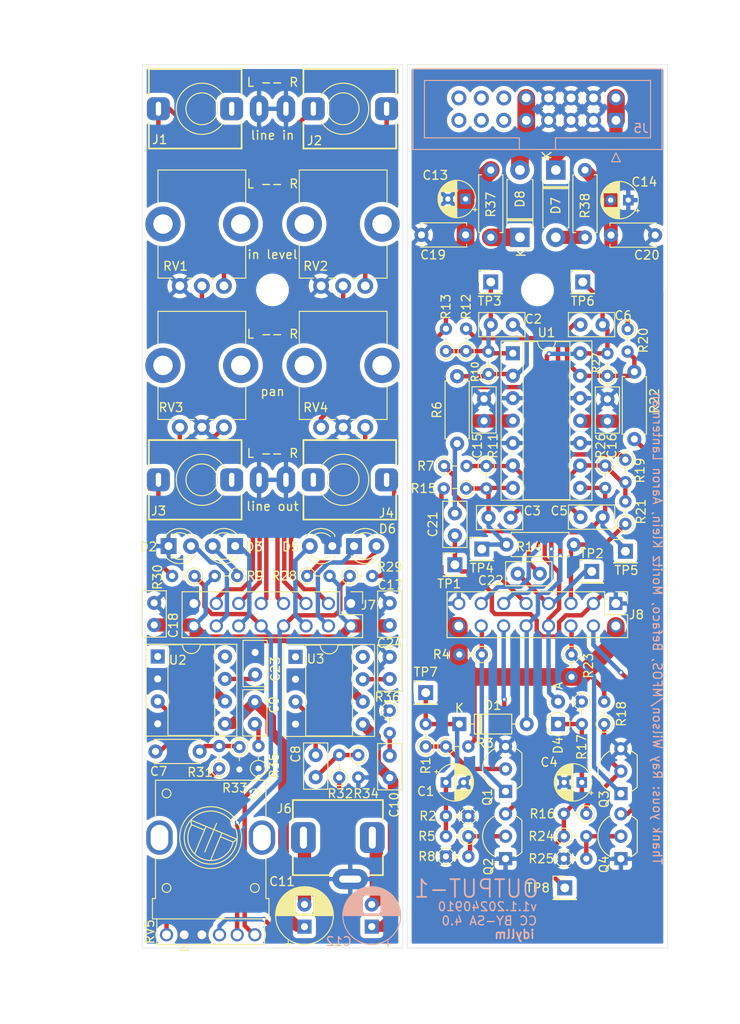
<source format=kicad_pcb>
(kicad_pcb (version 20240108) (generator "pcbnew") (generator_version "8.0")
  (layers (0 "F.Cu" signal) (31 "B.Cu" signal) (34 "B.Paste" user) (35 "F.Paste" user) (36 "B.SilkS" user "B.Silkscreen") (37 "F.SilkS" user "F.Silkscreen") (38 "B.Mask" user) (39 "F.Mask" user) (44 "Edge.Cuts" user))
  (net 0 "")
  (net 1 "GND")
  (net 2 "Net-(D1-K)")
  (net 3 "Net-(U1C--)")
  (net 4 "Net-(U1D--)")
  (net 5 "Net-(D3-A)")
  (net 6 "Net-(Q3-B)")
  (net 7 "Net-(Q4-B)")
  (net 8 "+12V")
  (net 9 "Net-(C2-Pad2)")
  (net 10 "Net-(U1A--)")
  (net 11 "Net-(U1B--)")
  (net 12 "Net-(C3-Pad2)")
  (net 13 "Net-(D4-K)")
  (net 14 "Net-(C7-Pad2)")
  (net 15 "Net-(U2-+)")
  (net 16 "Net-(C8-Pad2)")
  (net 17 "Net-(U3-+)")
  (net 18 "Net-(C11-Pad1)")
  (net 19 "Net-(C9-Pad2)")
  (net 20 "Net-(C10-Pad1)")
  (net 21 "Net-(C10-Pad2)")
  (net 22 "Net-(D6-A)")
  (net 23 "Net-(J1-PadT)")
  (net 25 "Net-(J2-PadT)")
  (net 34 "Net-(Q1-B)")
  (net 35 "Net-(Q2-B)")
  (net 36 "Net-(R31-Pad1)")
  (net 37 "Net-(R32-Pad1)")
  (net 40 "Net-(U2-BYPASS)")
  (net 41 "Net-(U3-BYPASS)")
  (net 44 "-12V")
  (net 45 "Net-(D7-A)")
  (net 46 "Net-(D7-K)")
  (net 47 "Net-(D8-K)")
  (net 48 "Net-(D8-A)")
  (net 49 "L_LINE_OUT_B")
  (net 50 "R_LINE_OUT_B")
  (net 51 "L_LINE_OUT_A")
  (net 52 "R_LINE_OUT_A")
  (net 53 "Net-(J3-PadT)")
  (net 54 "Net-(J4-PadT)")
  (net 55 "L_LINE_IN_A")
  (net 56 "R_LINE_IN_A")
  (net 57 "L_LINE_IN_B")
  (net 58 "R_LINE_IN_B")
  (net 59 "Net-(C11-Pad2)")
  (net 60 "Net-(C12-Pad2)")
  (net 61 "L_LVL_G_LED_A")
  (net 62 "L_LVL_R_LED_A")
  (net 63 "R_LVL_G_LED_A")
  (net 64 "R_LVL_R_LED_A")
  (net 65 "L_PAN_2_A")
  (net 66 "R_PAN_2_A")
  (net 67 "R_PAN_1_A")
  (net 68 "L_PAN_1_A")
  (net 69 "L_LVL_G_LED_B")
  (net 70 "R_PAN_1_B")
  (net 71 "L_LVL_R_LED_B")
  (net 72 "R_PAN_2_B")
  (net 73 "L_PAN_1_B")
  (net 74 "R_LVL_G_LED_B")
  (net 75 "L_PAN_2_B")
  (net 76 "R_LVL_R_LED_B")
  (net 77 "Net-(C21-Pad2)")
  (net 78 "Net-(C22-Pad2)")
  (footprint "Resistor_THT:R_Axial_DIN0204_L3.6mm_D1.6mm_P2.54mm_Vertical" (layer "F.Cu") (at 147.992 119.888)
    (property "Reference" "R25")
    (property "Value" "15k")
  )
  (footprint "Resistor_THT:R_Axial_DIN0204_L3.6mm_D1.6mm_P2.54mm_Vertical" (layer "F.Cu") (at 155.21 59.944 -90)
    (property "Reference" "R20")
    (property "Value" "100k")
  )
  (footprint "Connector_PinHeader_2.54mm:PinHeader_1x01_P2.54mm_Vertical" (layer "F.Cu") (at 132.35 101.092)
    (property "Reference" "TP7")
    (property "Value" "TestPoint")
  )
  (footprint "MountingHole:MountingHole_3.2mm_M3_DIN965" (layer "F.Cu") (at 145 55.5)
    (property "Reference" "H2" (hide yes))
    (property "Value" "MountingHole")
  )
  (footprint "Resistor_THT:R_Axial_DIN0204_L3.6mm_D1.6mm_P2.54mm_Vertical" (layer "F.Cu") (at 110.998 87.884 180)
    (property "Reference" "R9")
    (property "Value" "10k")
  )
  (footprint "Resistor_THT:R_Axial_DIN0204_L3.6mm_D1.6mm_P2.54mm_Vertical" (layer "F.Cu") (at 152.67 75.382 -90)
    (property "Reference" "R26")
    (property "Value" "330k")
  )
  (footprint "Resistor_THT:R_Axial_DIN0204_L3.6mm_D1.6mm_P2.54mm_Vertical" (layer "F.Cu") (at 150.532 114.808 180)
    (property "Reference" "R16")
    (property "Value" "100k")
  )
  (footprint "Resistor_THT:R_Axial_DIN0204_L3.6mm_D1.6mm_P2.54mm_Vertical" (layer "F.Cu") (at 118.922 87.884)
    (property "Reference" "R28")
    (property "Value" "10k")
  )
  (footprint "AudioJacks:Jack_3.5mm_QingPu_WQP-PJ301M-12_Vertical" (layer "F.Cu") (at 123 35 -90)
    (property "Reference" "J2")
    (property "Value" "AudioJack2_SwitchT")
  )
  (footprint "Resistor_THT:R_Axial_DIN0207_L6.3mm_D2.5mm_P7.62mm_Horizontal" (layer "F.Cu") (at 150.384 41.934 -90)
    (property "Reference" "R38")
    (property "Value" "10")
  )
  (footprint "Potentiometer_THT:Potentiometer_Bourns_PTV09A-1_Single_Vertical" (layer "F.Cu") (at 125.5 55.05 90)
    (property "Reference" "RV2")
    (property "Value" "100k")
  )
  (footprint "Capacitor_THT:C_Disc_D5.0mm_W2.5mm_P2.50mm" (layer "F.Cu") (at 142.764 87.63)
    (property "Reference" "C22")
    (property "Value" "1u")
  )
  (footprint "Potentiometer_THT:Potentiometer_Bourns_PTV09A-1_Single_Vertical" (layer "F.Cu") (at 125.5 71.05 90)
    (property "Reference" "RV4")
    (property "Value" "100k")
  )
  (footprint "Capacitor_THT:C_Disc_D5.0mm_W2.5mm_P2.50mm" (layer "F.Cu") (at 128.27 110.724 90)
    (property "Reference" "C10")
    (property "Value" "47n")
  )
  (footprint "Resistor_THT:R_Axial_DIN0204_L3.6mm_D1.6mm_P2.54mm_Vertical" (layer "F.Cu") (at 138.7 96.774 180)
    (property "Reference" "R4")
    (property "Value" "10k")
  )
  (footprint "Diode_THT:D_DO-41_SOD81_P7.62mm_Horizontal" (layer "F.Cu") (at 147.082 41.934 -90)
    (property "Reference" "D7")
    (property "Value" "D_Schottky")
  )
  (footprint "Capacitor_THT:C_Disc_D5.0mm_W2.5mm_P2.50mm" (layer "F.Cu") (at 128.27 99.548 90)
    (property "Reference" "C24")
    (property "Value" "100n")
  )
  (footprint "Custom_PinHeader_P2.54mm:PinHeader_2x08_P2.54mm_Vertical_ThinPad" (layer "F.Cu") (at 123.875 91 -90)
    (property "Reference" "J7")
    (property "Value" "Conn_02x08_Odd_Even")
  )
  (footprint "Resistor_THT:R_Axial_DIN0204_L3.6mm_D1.6mm_P2.54mm_Vertical" (layer "F.Cu") (at 154.956 74.726 -90)
    (property "Reference" "R19")
    (property "Value" "100k")
  )
  (footprint "Capacitor_THT:C_Disc_D5.0mm_W2.5mm_P2.50mm" (layer "F.Cu") (at 135.652 83.292 90)
    (property "Reference" "C21")
    (property "Value" "1u")
  )
  (footprint "AudioJacks:Jack_3.5mm_QingPu_WQP-PJ301CM_Vertical" (layer "F.Cu") (at 123 117.5 -90)
    (property "Reference" "J6")
    (property "Value" "AudioJack3")
  )
  (footprint "Package_TO_SOT_THT:TO-92_Inline_Wide" (layer "F.Cu") (at 154.448 119.888 90)
    (property "Reference" "Q4")
    (property "Value" "2N3904")
  )
  (footprint "Resistor_THT:R_Axial_DIN0204_L3.6mm_D1.6mm_P2.54mm_Vertical" (layer "F.Cu") (at 137.176 115.062 180)
    (property "Reference" "R2")
    (property "Value" "47k")
  )
  (footprint "Resistor_THT:R_Axial_DIN0204_L3.6mm_D1.6mm_P2.54mm_Vertical" (layer "F.Cu") (at 132.35 107.188 90)
    (property "Reference" "R1")
    (property "Value" "100k")
  )
  (footprint "Resistor_THT:R_Axial_DIN0204_L3.6mm_D1.6mm_P2.54mm_Vertical" (layer "F.Cu") (at 134.636 119.634)
    (property "Reference" "R8")
    (property "Value" "15k")
  )
  (footprint "Package_TO_SOT_THT:TO-92_Inline_Wide" (layer "F.Cu") (at 141.388 119.888 90)
    (property "Reference" "Q2")
    (property "Value" "2N3904")
  )
  (footprint "LED_THT:LED_D3.0mm_Clear" (layer "F.Cu") (at 110.77 84.5 180)
    (property "Reference" "D3")
    (property "Value" "RED")
  )
  (footprint "Resistor_THT:R_Axial_DIN0204_L3.6mm_D1.6mm_P2.54mm_Vertical" (layer "F.Cu") (at 148.86 96.774 -90)
    (property "Reference" "R23")
    (property "Value" "10k")
  )
  (footprint "Package_DIP:DIP-14_W7.62mm_Socket" (layer "F.Cu") (at 142.216 62.677)
    (property "Reference" "U1")
    (property "Value" "TL074")
  )
  (footprint "AudioJacks:Jack_3.5mm_QingPu_WQP-PJ301M-12_Vertical" (layer "F.Cu") (at 107 35 90)
    (property "Reference" "J1")
    (property "Value" "AudioJack2_SwitchT")
  )
  (footprint "Capacitor_THT:C_Disc_D5.0mm_W2.5mm_P5.00mm" (layer "F.Cu") (at 101.75 107.75)
    (property "Reference" "C7")
    (property "Value" "1u")
  )
  (footprint "Diode_THT:D_DO-41_SOD81_P7.62mm_Horizontal" (layer "F.Cu") (at 143.018 49.554 90)
    (property "Reference" "D8")
    (property "Value" "D_Schottky")
  )
  (footprint "Capacitor_THT:CP_Radial_D4.0mm_P2.00mm" (layer "F.Cu") (at 136.8626 45.212 180)
    (property "Reference" "C13")
    (property "Value" "10u")
  )
  (footprint "Resistor_THT:R_Axial_DIN0204_L3.6mm_D1.6mm_P2.54mm_Vertical" (layer "F.Cu") (at 152.924 65.228 90)
    (property "Reference" "R27")
    (property "Value" "330k")
  )
  (footprint "Capacitor_THT:CP_Radial_D4.0mm_P2.00mm" (layer "F.Cu") (at 155.289 45.339 180)
    (property "Reference" "C14")
    (property "Value" "10u")
  )
  (footprint "Package_DIP:DIP-8_W7.62mm_Socket" (layer "F.Cu") (at 117.602 97.038)
    (property "Reference" "U3")
    (property "Value" "LM386")
  )
  (footprint "Resistor_THT:R_Axial_DIN0204_L3.6mm_D1.6mm_P2.54mm_Vertical" (layer "F.Cu") (at 137.176 117.348 180)
    (property "Reference" "R5")
    (property "Value" "100k")
  )
  (footprint "Resistor_THT:R_Axial_DIN0204_L3.6mm_D1.6mm_P2.54mm_Vertical" (layer "F.Cu") (at 134.432 75.438)
    (property "Reference" "R7")
    (property "Value" "100k")
  )
  (footprint "Resistor_THT:R_Axial_DIN0204_L3.6mm_D1.6mm_P2.54mm_Vertical" (layer "F.Cu") (at 122.555 110.694 90)
    (property "Reference" "R32")
    (property "Value" "100k")
  )
  (footprint "Package_DIP:DIP-8_W7.62mm_Socket" (layer "F.Cu") (at 102 97)
    (property "Reference" "U2")
    (property "Value" "LM386")
  )
  (footprint "Capacitor_THT:C_Disc_D5.0mm_W2.5mm_P2.50mm" (layer "F.Cu") (at 128.27 90.952 -90)
    (property "Reference" "C17")
    (property "Value" "100n")
  )
  (footprint "Custom_PinHeader_P2.54mm:PinHeader_2x08_P2.54mm_Vertical_ThinPad" (layer "F.Cu") (at 153.875 91 -90)
    (property "Reference" "J8")
    (property "Value" "Conn_02x08_Odd_Even")
  )
  (footprint "Resistor_THT:R_Axial_DIN0204_L3.6mm_D1.6mm_P2.54mm_Vertical" (layer "F.Cu") (at 134.636 62.434 90)
    (property "Reference" "R13")
    (property "Value" "100k")
  )
  (footprint "Capacitor_THT:CP_Radial_D4.0mm_P2.00mm" (layer "F.Cu") (at 150.024 111.252 180)
    (property "Reference" "C4")
    (property "Value" "10u")
  )
  (footprint "Resistor_THT:R_Axial_DIN0207_L6.3mm_D2.5mm_P7.62mm_Horizontal" (layer "F.Cu") (at 155.972 72.39 90)
    (property "Reference" "R22")
    (property "Value" "100k")
  )
  (footprint "AudioJacks:Jack_3.5mm_QingPu_WQP-PJ301M-12_Vertical" (layer "F.Cu") (at 123 77 -90)
    (property "Reference" "J4")
    (property "Value" "AudioJack2_SwitchT")
  )
  (footprint "Potentiometer_THT:Potentiometer_Bourns_PTV09A-1_Single_Vertical" (layer "F.Cu") (at 109.5 71.05 90)
    (property "Reference" "RV3")
    (property "Value" "100k")
  )
  (footprint "Connector_PinHeader_2.54mm:PinHeader_1x01_P2.54mm_Vertical" (layer "F.Cu") (at 154.956 85.09)
    (property "Reference" "TP5")
    (property "Value" "TestPoint")
  )
  (footprint "Capacitor_THT:CP_Radial_D6.3mm_P2.50mm" (layer "F.Cu") (at 118.618 127.578 90)
    (property "Reference" "C11")
    (property "Value" "220u")
  )
  (footprint "Capacitor_THT:C_Disc_D5.0mm_W2.5mm_P2.50mm" (layer "F.Cu") (at 113 102.128 -90)
    (property "Reference" "C9")
    (property "Value" "47n")
  )
  (footprint "Capacitor_THT:C_Disc_D5.0mm_W2.5mm_P5.00mm" (layer "F.Cu") (at 131.8626 49.276)
    (property "Reference" "C19")
    (property "Value" "100n")
  )
  (footprint "Resistor_THT:R_Axial_DIN0204_L3.6mm_D1.6mm_P2.54mm_Vertical" (layer "F.Cu") (at 147.992 117.348)
    (property "Reference" "R24")
    (property "Value" "100k")
  )
  (footprint "Capacitor_THT:C_Disc_D5.0mm_W2.5mm_P2.50mm" (layer "F.Cu") (at 142.216 59.436 180)
    (property "Reference" "C2")
    (property "Value" "22p")
  )
  (footprint "Resistor_THT:R_Axial_DIN0204_L3.6mm_D1.6mm_P2.54mm_Vertical" (layer "F.Cu") (at 136.922 77.978 180)
    (property "Reference" "R15")
    (property "Value" "100k")
  )
  (footprint "AudioJacks:Jack_3.5mm_QingPu_WQP-PJ301M-12_Vertical" (layer "F.Cu") (at 107 77 90)
    (property "Reference" "J3")
    (property "Value" "AudioJack2_SwitchT")
  )
  (footprint "Resistor_THT:R_Axial_DIN0204_L3.6mm_D1.6mm_P2.54mm_Vertical" (layer "F.Cu") (at 152.564 104.648 90)
    (property "Reference" "R18")
    (property "Value" "2M2")
  )
  (footprint "LED_THT:LED_D3.0mm_Clear" (layer "F.Cu") (at 103.23 84.5)
    (property "Reference" "D2")
    (property "Value" "GREEN")
  )
  (footprint "Resistor_THT:R_Axial_DIN0204_L3.6mm_D1.6mm_P2.54mm_Vertical" (layer "F.Cu") (at 113.411 109.678 90)
    (property "Reference" "R35")
    (property "Value" "10")
  )
  (footprint "Capacitor_THT:C_Disc_D5.0mm_W2.5mm_P2.50mm" (layer "F.Cu") (at 138.954 67.838 -90)
    (property "Reference" "C15")
    (property "Value" "100n")
  )
  (footprint "Resistor_THT:R_Axial_DIN0204_L3.6mm_D1.6mm_P2.54mm_Vertical" (layer "F.Cu") (at 124.714 108.154 -90)
    (property "Reference" "R34")
    (property "Value" "4k7")
  )
  (footprint "Resistor_THT:R_Axial_DIN0207_L6.3mm_D2.5mm_P7.62mm_Horizontal" (layer "F.Cu") (at 135.906 72.898 90)
    (property "Reference" "R6")
    (property "Value" "100k")
  )
  (footprint "Capacitor_THT:CP_Radial_D4.0mm_P2.00mm" (layer "F.Cu") (at 134.636 111.252)
    (property "Reference" "C1")
    (property "Value" "10u")
  )
  (footprint "Connector_PinHeader_2.54mm:PinHeader_1x01_P2.54mm_Vertical" (layer "F.Cu") (at 135.652 86.614)
    (property "Reference" "TP1")
    (property "Value" "TestPoint")
  )
  (footprint "Capacitor_THT:C_Disc_D5.0mm_W2.5mm_P2.50mm" (layer "F.Cu") (at 149.876 81.224)
    (property "Reference" "C5")
    (property "Value" "22p")
  )
  (footprint "Resistor_THT:R_Axial_DIN0204_L3.6mm_D1.6mm_P2.54mm_Vertical" (layer "F.Cu") (at 111.252 107.25 -90)
    (property "Reference" "R33")
    (property "Value" "4k7")
  )
  (footprint "Connector_PinHeader_2.54mm:PinHeader_1x01_P2.54mm_Vertical" (layer "F.Cu") (at 151.146 87.376)
    (property "Reference" "TP2")
    (property "Value" "TestPoint")
  )
  (footprint "Connector_PinHeader_2.54mm:PinHeader_1x01_P2.54mm_Vertical" (layer "F.Cu") (at 148.098 123.19)
    (property "Reference" "TP8")
    (property "Value" "TestPoint")
  )
  (footprint "Capacitor_THT:C_Disc_D5.0mm_W2.5mm_P5.00mm" (layer "F.Cu") (at 153.329 49.3)
    (property "Reference" "C20")
    (property "Value" "100n")
  )
  (footprint "Capacitor_THT:C_Disc_D5.0mm_W2.5mm_P2.50mm" (layer "F.Cu") (at 149.876 59.436)
    (property "Reference" "C6")
    (property "Value" "22p")
  )
  (footprint "Resistor_THT:R_Axial_DIN0204_L3.6mm_D1.6mm_P2.54mm_Vertical" (layer "F.Cu") (at 139.208 75.438 -90)
    (property "Reference" "R11")
    (property "Value" "220k")
  )
  (footprint "LED_THT:LED_D3.0mm_Clear" (layer "F.Cu") (at 124.23 84.5)
    (property "Reference" "D6")
    (property "Value" "RED")
  )
  (footprint "Capacitor_THT:C_Disc_D5.0mm_W2.5mm_P2.50mm" (layer "F.Cu") (at 119.888 108.154 -90)
    (property "Reference" "C8")
    (property "Value" "1u")
  )
  (footprint "Resistor_THT:R_Axial_DIN0207_L6.3mm_D2.5mm_P7.62mm_Horizontal" (layer "F.Cu") (at 139.716 41.934 -90)
    (property "Reference" "R37")
    (property "Value" "10")
  )
  (footprint "Capacitor_THT:C_Disc_D5.0mm_W2.5mm_P2.50mm" (layer "F.Cu") (at 152.924 70.358 90)
    (property "Reference" "C16")
    (property "Value" "100n")
  )
  (footprint "Package_TO_SOT_THT:TO-92_Inline_Wide" (layer "F.Cu") (at 154.448 112.522 90)
    (property "Reference" "Q3")
    (property "Value" "2N3906")
  )
  (footprint "Resistor_THT:R_Axial_DIN0204_L3.6mm_D1.6mm_P2.54mm_Vertical" (layer "F.Cu") (at 134.636 107.188)
    (property "Reference" "R3")
    (property "Value" "2M2")
  )
  (footprint "Capacitor_THT:C_Disc_D5.0mm_W2.5mm_P2.50mm" (layer "F.Cu") (at 113.03 99.04 90)
    (property "Reference" "C23")
    (property "Value" "100n")
  )
  (footprint "Resistor_THT:R_Axial_DIN0204_L3.6mm_D1.6mm_P2.54mm_Vertical" (layer "F.Cu") (at 139.462 65.024 90)
    (property "Reference" "R10")
    (property "Value" "220k")
  )
  (footprint "Capacitor_THT:C_Disc_D5.0mm_W2.5mm_P2.50mm" (layer "F.Cu") (at 141.962 81.28 180)
    (property "Reference" "C3")
    (property "Value" "22p")
  )
  (footprint "MountingHole:MountingHole_3.2mm_M3_DIN965" (layer "F.Cu") (at 115 55.5)
    (property "Reference" "H1" (hide yes))
    (property "Value" "MountingHole")
  )
  (footprint "Connector_PinHeader_2.54mm:PinHeader_1x01_P2.54mm_Vertical" (layer "F.Cu") (at 150.13 54.61)
    (property "Reference" "TP6")
    (property "Value" "TestPoint")
  )
  (footprint "Connector_PinHeader_2.54mm:PinHeader_1x01_P2.54mm_Vertical" (layer "F.Cu") (at 139.716 54.61)
    (property "Reference" "TP3")
    (property "Value" "TestPoint")
  )
  (footprint "Resistor_THT:R_Axial_DIN0204_L3.6mm_D1.6mm_P2.54mm_Vertical" (layer "F.Cu") (at 136.922 62.434 90)
    (property "Reference" "R12")
    (property "Value" "100k")
  )
  (footprint "Resistor_THT:R_Axial_DIN0204_L3.6mm_D1.6mm_P2.54mm_Vertical" (layer "F.Cu") (at 123.748 87.884)
    (property "Reference" "R29")
    (property "Value" "1k")
  )
  (footprint "LED_THT:LED_D3.0mm_Clear" (layer "F.Cu") (at 121.77 84.5 180)
    (property "Reference" "D5")
    (property "Value" "GREEN")
  )
  (footprint "Package_TO_SOT_THT:TO-92_Inline_Wide" (layer "F.Cu") (at 141.388 112.268 90)
    (property "Reference" "Q1")
    (property "Value" "2N3906")
  )
  (footprint "Resistor_THT:R_Axial_DIN0204_L3.6mm_D1.6mm_P2.54mm_Vertical" (layer "F.Cu") (at 108.966 109.678 90)
    (property "Reference" "R31")
    (property "Value" "100k")
  )
  (footprint "Resistor_THT:R_Axial_DIN0204_L3.6mm_D1.6mm_P2.54mm_Vertical" (layer "F.Cu") (at 128.27 103.124 -90)
    (property "Reference" "R36")
    (property "Value" "10")
  )
  (footprint "Potentiometer_THT:Potentiometer_Bourns_PTV112-4_Dual_Vertical" (layer "F.Cu") (at 105 128.5 90)
    (property "Reference" "RV5")
    (property "Value" "A100K")
  )
  (footprint "Potentiometer_THT:Potentiometer_Bourns_PTV09A-1_Single_Vertical" (layer "F.Cu") (at 109.5 55.05 90)
    (property "Reference" "RV1")
    (property "Value" "100k")
  )
  (footprint "Connector_PinHeader_2.54mm:PinHeader_1x01_P2.54mm_Vertical" (layer "F.Cu") (at 138.7 84.836)
    (property "Reference" "TP4")
    (property "Value" "TestPoint")
  )
  (footprint "Diode_THT:D_DO-35_SOD27_P2.54mm_Vertical_AnodeUp" (layer "F.Cu") (at 147.336 104.648 90)
    (property "Reference" "D4")
    (property "Value" "1N4148")
  )
  (footprint "Resistor_THT:R_Axial_DIN0204_L3.6mm_D1.6mm_P2.54mm_Vertical" (layer "F.Cu") (at 154.956 81.992 90)
    (property "Reference" "R21")
    (property "Value" "100k")
  )
  (footprint "Capacitor_THT:C_Disc_D5.0mm_W2.5mm_P2.50mm" (layer "F.Cu") (at 101.6 90.932 -90)
    (property "Reference" "C18")
    (property "Value" "100n")
  )
  (footprint "Resistor_THT:R_Axial_DIN0207_L6.3mm_D2.5mm_P7.62mm_Horizontal" (layer "F.Cu") (at 141.494 84.328)
    (property "Reference" "R14")
    (property "Value" "100k")
  )
  (footprint "Diode_THT:D_DO-35_SOD27_P7.62mm_Horizontal" (layer "F.Cu") (at 136.16 104.648)
    (property "Reference" "D1")
    (property "Value" "1N4148")
  )
  (footprint "Resistor_THT:R_Axial_DIN0204_L3.6mm_D1.6mm_P2.54mm_Vertical" (layer "F.Cu") (at 106.172 87.884 180)
    (property "Reference" "R30")
    (property "Value" "1k")
  )
  (footprint "Resistor_THT:R_Axial_DIN0204_L3.6mm_D1.6mm_P2.54mm_Vertical" (layer "F.Cu") (at 150.024 102.108 -90)
    (property "Reference" "R17")
    (property "Value" "47k")
  )
  (footprint "Capacitor_THT:CP_Radial_D6.3mm_P2.50mm" (layer "B.Cu") (at 126.238 127.578 90)
    (property "Reference" "C12")
    (property "Value" "220u")
  )
  (footprint "Connector_IDC:IDC-Header_2x08_P2.54mm_Vertical" (layer "B.Cu") (at 153.89 36.3125 90)
    (property "Reference" "J5")
    (property "Value" "Conn_02x08_Odd_Even")
  )
  (gr_rect (start 100.25 30) (end 129.75 130) (stroke (width 0.05)) (fill none) (layer "Edge.Cuts"))
  (gr_rect (start 130.25 30) (end 159.75 130) (stroke (width 0.05)) (fill none) (layer "Edge.Cuts"))
  (gr_text "v1.1.20240910\nCC BY-SA 4.0" (at 145.05 127.508 0) (layer "B.SilkS") (effects (font (size 1 1)) (justify left bottom mirror)))
  (gr_text "OUTPUT-1" (at 145.304 124.46 0) (layer "B.SilkS") (effects (font (size 2 1.8) (thickness 0.2)) (justify left bottom mirror)))
  (gr_text "Thank yous: Ray Wilson/MFOS, Befaco, Moritz Klein, Aaron Lanterman" (at 157.988 120.65 -90) (layer "B.SilkS") (effects (font (size 1 1)) (justify left bottom mirror)))
  (gr_text "idyllm" (at 144.796 129.032 0) (layer "B.SilkS") (effects (font (size 1 1) (thickness 0.2) (bold yes)) (justify left bottom mirror)))
  (gr_text "L -- R" (at 115 32 0) (layer "F.SilkS") (effects (font (size 1 1))))
  (gr_text "line in" (at 115 38 0) (layer "F.SilkS") (effects (font (size 1 1))))
  (gr_text "L -- R" (at 115 60.5 0) (layer "F.SilkS") (effects (font (size 1 1))))
  (gr_text "in level" (at 115 51.5 0) (layer "F.SilkS") (effects (font (size 1 1))))
  (gr_text "L -- R" (at 115 43.5 0) (layer "F.SilkS") (effects (font (size 1 1))))
  (gr_text "pan" (at 115 67 0) (layer "F.SilkS") (effects (font (size 1 1))))
  (gr_text "line out" (at 115 80 0) (layer "F.SilkS") (effects (font (size 1 1))))
  (gr_text "L -- R" (at 115 74 0) (layer "F.SilkS") (effects (font (size 1 1))))
  (segment (start 132.35 101.092) (end 132.35 104.648) (width 0.5) (layer "F.Cu") (net 2))
  (segment (start 134.636 115.062) (end 134.636 111.252) (width 0.5) (layer "F.Cu") (net 2))
  (segment (start 136.16 104.648) (end 132.35 104.648) (width 0.5) (layer "F.Cu") (net 2))
  (segment (start 134.636 117.348) (end 134.636 115.062) (width 0.5) (layer "F.Cu") (net 2))
  (segment (start 135.906 104.902) (end 136.16 104.648) (width 0.5) (layer "B.Cu") (net 2))
  (segment (start 135.906 109.728) (end 135.906 104.902) (width 0.5) (layer "B.Cu") (net 2))
  (segment (start 134.636 110.998) (end 135.906 109.728) (width 0.5) (layer "B.Cu") (net 2))
  (segment (start 134.636 111.252) (end 134.636 110.998) (width 0.5) (layer "B.Cu") (net 2))
  (segment (start 154.956 77.266) (end 154.956 79.452) (width 0.5) (layer "F.Cu") (net 3))
  (segment (start 148.352 76.861) (end 149.836 75.377) (width 0.5) (layer "F.Cu") (net 3))
  (segment (start 154.956 77.266) (end 154.554 77.266) (width 0.5) (layer "F.Cu") (net 3))
  (segment (start 149.876 81.224) (end 148.352 79.7) (width 0.5) (layer "F.Cu") (net 3))
  (segment (start 149.836 75.377) (end 152.665 75.377) (width 0.5) (layer "F.Cu") (net 3))
  (segment (start 154.554 77.266) (end 152.67 75.382) (width 0.5) (layer "F.Cu") (net 3))
  (segment (start 148.352 79.7) (end 148.352 76.861) (width 0.5) (layer "F.Cu") (net 3))
  (segment (start 152.665 75.377) (end 152.67 75.382) (width 0.5) (layer "F.Cu") (net 3))
  (segment (start 148.352 60.198) (end 148.352 63.733) (width 0.5) (layer "F.Cu") (net 4))
  (segment (start 149.897 65.278) (end 149.836 65.217) (width 0.5) (layer "F.Cu") (net 4))
  (segment (start 155.514 65.228) (end 155.972 64.77) (width 0.5) (layer "F.Cu") (net 4))
  (segment (start 149.876 59.436) (end 149.114 59.436) (width 0.5) (layer "F.Cu") (net 4))
  (segment (start 155.972 63.246) (end 155.21 62.484) (width 0.5) (layer "F.Cu") (net 4))
  (segment (start 155.972 64.77) (end 155.972 63.246) (width 0.5) (layer "F.Cu") (net 4))
  (segment (start 152.924 65.228) (end 149.847 65.228) (width 0.5) (layer "F.Cu") (net 4))
  (segment (start 149.114 59.436) (end 148.352 60.198) (width 0.5) (layer "F.Cu") (net 4))
  (segment (start 149.847 65.228) (end 149.836 65.217) (width 0.5) (layer "F.Cu") (net 4))
  (segment (start 148.352 63.733) (end 149.836 65.217) (width 0.5) (layer "F.Cu") (net 4))
  (segment (start 152.924 65.228) (end 155.514 65.228) (width 0.5) (layer "F.Cu") (net 4))
  (segment (start 110.998 87.376) (end 108.717 85.095) (width 0.5) (layer "B.Cu") (net 5))
  (segment (start 110.998 87.884) (end 110.998 87.376) (width 0.5) (layer "B.Cu") (net 5))
  (segment (start 108.717 85.095) (end 108.717 84.5) (width 0.5) (layer "B.Cu") (net 5))
  (segment (start 150.532 114.808) (end 150.532 113.898) (width 0.5) (layer "F.Cu") (net 6))
  (segment (start 152.564 108.098) (end 154.448 109.982) (width 0.5) (layer "F.Cu") (net 6))
  (segment (start 152.564 104.648) (end 152.564 108.098) (width 0.5) (layer "F.Cu") (net 6))
  (segment (start 150.532 113.898) (end 154.448 109.982) (width 0.5) (layer "F.Cu") (net 6))
  (segment (start 150.532 119.888) (end 150.532 117.348) (width 0.5) (layer "F.Cu") (net 7))
  (segment (start 150.532 117.348) (end 154.448 117.348) (width 0.5) (layer "F.Cu") (net 7))
  (segment (start 149.849949 99.314) (end 153.875 95.288949) (width 2) (layer "F.Cu") (net 8))
  (segment (start 142.175 70.338) (end 142.216 70.297) (width 1.5) (layer "F.Cu") (net 8))
  (segment (start 137.710051 99.314) (end 138.7 99.314) (width 2) (layer "F.Cu") (net 8))
  (segment (start 122.419 94.996) (end 123.875 93.54) (width 1) (layer "F.Cu") (net 8))
  (segment (start 134.561 93.54) (end 136.095 93.54) (width 2) (layer "F.Cu") (net 8))
  (segment (start 106.095 93.54) (end 106.095 98.555) (width 1) (layer "F.Cu") (net 8))
  (segment (start 122.936 94.479) (end 123.875 93.54) (width 1) (layer "F.Cu") (net 8))
  (segment (start 137.176 107.188) (end 137.876 106.488) (width 0.5) (layer "F.Cu") (net 8))
  (segment (start 153.875 95.288949) (end 153.875 93.54) (width 2) (layer "F.Cu") (net 8))
  (segment (start 131.75 55.464) (end 131.75 90.729) (width 2) (layer "F.Cu") (net 8))
  (segment (start 131.75 90.729) (end 134.561 93.54) (width 2) (layer "F.Cu") (net 8))
  (segment (start 136.8626 44.7874) (end 136.8626 49.276) (width 2) (layer "F.Cu") (net 8))
  (segment (start 148.86 99.314) (end 149.849949 99.314) (width 2) (layer "F.Cu") (net 8))
  (segment (start 142.155 70.358) (end 142.216 70.297) (width 0.5) (layer "F.Cu") (net 8))
  (segment (start 106.095 98.555) (end 109.62 102.08) (width 1) (layer "F.Cu") (net 8))
  (segment (start 107.551 94.996) (end 122.419 94.996) (width 1) (layer "F.Cu") (net 8))
  (segment (start 136.095 97.698949) (end 137.710051 99.314) (width 2) (layer "F.Cu") (net 8))
  (segment (start 136.095 93.54) (end 136.095 97.698949) (width 2) (layer "F.Cu") (net 8))
  (segment (start 138.954 70.338) (end 131.822 70.338) (width 1.5) (layer "F.Cu") (net 8))
  (segment (start 125.222 102.118) (end 122.936 99.832) (width 1) (layer "F.Cu") (net 8))
  (segment (start 139.716 41.934) (end 136.8626 44.7874) (width 2) (layer "F.Cu") (net 8))
  (segment (start 105.987 93.432) (end 106.095 93.54) (width 1.5) (layer "F.Cu") (net 8))
  (segment (start 128.182 93.54) (end 128.27 93.452) (width 0.5) (layer "F.Cu") (net 8))
  (segment (start 137.876 106.488) (end 137.876 99.479949) (width 0.5) (layer "F.Cu") (net 8))
  (segment (start 151.146 99.314) (end 148.86 99.314) (width 0.5) (layer "F.Cu") (net 8))
  (segment (start 136.8626 49.276) (end 136.8626 50.3514) (width 2) (layer "F.Cu") (net 8))
  (segment (start 152.564 102.108) (end 152.564 100.732) (width 0.5) (layer "F.Cu") (net 8))
  (segment (start 152.564 100.732) (end 151.146 99.314) (width 0.5) (layer "F.Cu") (net 8))
  (segment (start 138.954 70.338) (end 142.175 70.338) (width 1.5) (layer "F.Cu") (net 8))
  (segment (start 138.7 99.314) (end 148.86 99.314) (width 2) (layer "F.Cu") (net 8))
  (segment (start 101.6 93.432) (end 105.987 93.432) (width 1.5) (layer "F.Cu") (net 8))
  (segment (start 106.095 93.54) (end 107.551 94.996) (width 1) (layer "F.Cu") (net 8))
  (segment (start 131.842 70.358) (end 131.334 69.85) (width 0.5) (layer "F.Cu") (net 8))
  (segment (start 123.875 93.54) (end 128.182 93.54) (width 1.5) (layer "F.Cu") (net 8))
  (segment (start 122.936 99.832) (end 122.936 94.479) (width 1) (layer "F.Cu") (net 8))
  (segment (start 137.876 99.479949) (end 136.095 97.698949) (width 0.5) (layer "F.Cu") (net 8))
  (segment (start 136.8626 50.3514) (end 131.75 55.464) (width 2) (layer "F.Cu") (net 8))
  (segment (start 122.535 88.957) (end 121.462 87.884) (width 0.5) (layer "B.Cu") (net 8))
  (segment (start 107.435 92.2) (end 107.435 88.907) (width 0.5) (layer "B.Cu") (net 8))
  (segment (start 122.535 92.2) (end 122.535 88.957) (width 0.5) (layer "B.Cu") (net 8))
  (segment (start 107.435 88.907) (end 108.458 87.884) (width 0.5) (layer "B.Cu") (net 8))
  (segment (start 123.875 93.54) (end 122.535 92.2) (width 0.5) (layer "B.Cu") (net 8))
  (segment (start 106.095 93.54) (end 107.435 92.2) (width 0.5) (layer "B.Cu") (net 8))
  (segment (start 142.216 62.677) (end 139.655 62.677) (width 0.5) (layer "F.Cu") (net 9))
  (segment (start 139.716 59.436) (end 139.716 54.61) (width 0.5) (layer "F.Cu") (net 9))
  (segment (start 134.636 62.434) (end 136.922 62.434) (width 0.5) (layer "F.Cu") (net 9))
  (segment (start 139.655 62.677) (end 139.462 62.484) (width 0.5) (layer "F.Cu") (net 9))
  (segment (start 139.412 62.434) (end 139.462 62.484) (width 0.5) (layer "F.Cu") (net 9))
  (segment (start 136.922 62.434) (end 139.412 62.434) (width 0.5) (layer "F.Cu") (net 9))
  (segment (start 139.462 59.69) (end 139.716 59.436) (width 0.5) (layer "B.Cu") (net 9))
  (segment (start 139.462 62.484) (end 139.462 59.69) (width 0.5) (layer "B.Cu") (net 9))
  (segment (start 139.462 65.024) (end 142.023 65.024) (width 0.5) (layer "F.Cu") (net 10))
  (segment (start 135.906 65.278) (end 139.208 65.278) (width 0.5) (layer "F.Cu") (net 10))
  (segment (start 139.208 65.278) (end 139.462 65.024) (width 0.5) (layer "F.Cu") (net 10))
  (segment (start 142.023 65.024) (end 142.216 65.217) (width 0.5) (layer "F.Cu") (net 10))
  (segment (start 143.78 64.008) (end 143.78 60.746) (width 0.5) (layer "B.Cu") (net 10))
  (segment (start 142.571 65.217) (end 143.78 64.008) (width 0.5) (layer "B.Cu") (net 10))
  (segment (start 142.216 65.217) (end 142.571 65.217) (width 0.5) (layer "B.Cu") (net 10))
  (segment (start 143.78 60.746) (end 142.216 59.182) (width 0.5) (layer "B.Cu") (net 10))
  (segment (start 136.972 75.438) (end 139.208 75.438) (width 0.5) (layer "F.Cu") (net 11))
  (segment (start 143.78 76.941) (end 142.216 75.377) (width 0.5) (layer "F.Cu") (net 11))
  (segment (start 138.904 75.742) (end 139.208 75.438) (width 0.5) (layer "F.Cu") (net 11))
  (segment (start 143.78 79.462) (end 143.78 76.941) (width 0.5) (layer "F.Cu") (net 11))
  (segment (start 139.208 75.438) (end 142.155 75.438) (width 0.5) (layer "F.Cu") (net 11))
  (segment (start 142.155 75.438) (end 142.216 75.377) (width 0.5) (layer "F.Cu") (net 11))
  (segment (start 141.962 81.28) (end 143.78 79.462) (width 0.5) (layer "F.Cu") (net 11))
  (segment (start 139.269 77.917) (end 139.208 77.978) (width 0.5) (layer "F.Cu") (net 12))
  (segment (start 142.216 77.917) (end 139.269 77.917) (width 0.5) (layer "F.Cu") (net 12))
  (segment (start 139.462 78.232) (end 139.208 77.978) (width 0.5) (layer "F.Cu") (net 12))
  (segment (start 139.462 81.28) (end 139.462 78.232) (width 0.5) (layer "F.Cu") (net 12))
  (segment (start 139.208 77.978) (end 136.922 77.978) (width 0.5) (layer "F.Cu") (net 12))
  (segment (start 139.462 82.296) (end 141.494 84.328) (width 0.5) (layer "B.Cu") (net 12))
  (segment (start 141.494 84.328) (end 139.208 84.328) (width 0.5) (layer "B.Cu") (net 12))
  (segment (start 139.208 84.328) (end 138.7 84.836) (width 0.5) (layer "B.Cu") (net 12))
  (segment (start 139.462 81.28) (end 139.462 82.296) (width 0.5) (layer "B.Cu") (net 12))
  (segment (start 146.32 121.412) (end 146.32 119.02) (width 0.5) (layer "F.Cu") (net 13))
  (segment (start 147.992 114.808) (end 147.992 117.348) (width 0.5) (layer "F.Cu") (net 13))
  (segment (start 150.024 111.252) (end 150.024 112.776) (width 0.5) (layer "F.Cu") (net 13))
  (segment (start 150.024 104.648) (end 147.336 104.648) (width 0.5) (layer "F.Cu") (net 13))
  (segment (start 150.024 112.776) (end 147.992 114.808) (width 0.5) (layer "F.Cu") (net 13))
  (segment (start 150.024 111.252) (end 150.024 104.648) (width 0.5) (layer "F.Cu") (net 13))
  (segment (start 146.32 119.02) (end 147.992 117.348) (width 0.5) (layer "F.Cu") (net 13))
  (segment (start 148.098 123.19) (end 146.32 121.412) (width 0.5) (layer "F.Cu") (net 13))
  (segment (start 108.966 107.138) (end 107.362 107.138) (width 0.5) (layer "F.Cu") (net 14))
  (segment (start 108.966 107.138) (end 111.14 107.138) (width 0.5) (layer "F.Cu") (net 14))
  (segment (start 111.14 107.138) (end 111.252 107.25) (width 0.5) (layer "F.Cu") (net 14))
  (segment (start 107.362 107.138) (end 106.75 107.75) (width 0.5) (layer "F.Cu") (net 14))
  (segment (start 102.25 107.75) (end 101.75 107.75) (width 0.5) (layer "F.Cu") (net 15))
  (segment (start 103.5 106.5) (end 102.25 107.75) (width 0.5) (layer "F.Cu") (net 15))
  (segment (start 103.5 103.58) (end 103.5 106.5) (width 0.5) (layer "F.Cu") (net 15))
  (segment (start 102 102.08) (end 103.5 103.58) (width 0.5) (layer "F.Cu") (net 15))
  (segment (start 119.634 110.654) (end 119.928 110.654) (width 0.5) (layer "F.Cu") (net 16))
  (segment (start 122.428 108.154) (end 124.714 108.154) (width 0.5) (layer "F.Cu") (net 16))
  (segment (start 119.928 110.654) (end 122.428 108.154) (width 0.5) (layer "F.Cu") (net 16))
  (segment (start 119.888 104.404) (end 117.602 102.118) (width 0.5) (layer "F.Cu") (net 17))
  (segment (start 119.888 108.154) (end 119.888 104.404) (width 0.5) (layer "F.Cu") (net 17))
  (segment (start 116.25 106.979) (end 114.808 105.537) (width 1.2) (layer "F.Cu") (net 18))
  (segment (start 109.62 104.62) (end 110.508 104.62) (width 1.2) (layer "F.Cu") (net 18))
  (segment (start 118.618 127.578) (end 117.828 127.578) (width 1.2) (layer "F.Cu") (net 18))
  (segment (start 114.808 105.537) (end 114.808 103.936) (width 1.2) (layer "F.Cu") (net 18))
  (segment (start 114.808 103.936) (end 113 102.128) (width 1.2) (layer "F.Cu") (net 18))
  (segment (start 116.25 126) (end 116.25 106.979) (width 1.2) (layer "F.Cu") (net 18))
  (segment (start 117.828 127.578) (end 116.25 126) (width 1.2) (layer "F.Cu") (net 18))
  (segment (start 110.508 104.62) (end 113 102.128) (width 1.2) (layer "F.Cu") (net 18))
  (segment (start 113.411 105.039) (end 113 104.628) (width 0.5) (layer "F.Cu") (net 19))
  (segment (start 113.411 107.138) (end 113.411 105.039) (width 0.5) (layer "F.Cu") (net 19))
  (segment (start 128.27 110.724) (end 126.67 109.124) (width 1.2) (layer "F.Cu") (net 20))
  (segment (start 127.473 127.578) (end 126.238 127.578) (width 1.2) (layer "F.Cu") (net 20))
  (segment (start 128.27 110.724) (end 128.65 111.104) (width 1.2) (layer "F.Cu") (net 20))
  (segment (start 126.67 106.106) (end 125.222 104.658) (width 1.2) (layer "F.Cu") (net 20))
  (segment (start 128.65 111.104) (end 128.65 126.401) (width 1.2) (layer "F.Cu") (net 20))
  (segment (start 126.67 109.124) (end 126.67 106.106) (width 1.2) (layer "F.Cu") (net 20))
  (segment (start 125.232 104.648) (end 125.222 104.658) (width 1.5) (layer "F.Cu") (net 20))
  (segment (start 128.65 126.401) (end 127.473 127.578) (width 1.2) (layer "F.Cu") (net 20))
  (segment (start 128.27 105.664) (end 128.27 108.224) (width 0.5) (layer "F.Cu") (net 21))
  (segment (start 120.446 86.36) (end 118.922 87.884) (width 0.5) (layer "F.Cu") (net 22))
  (segment (start 126.77 85.066) (end 125.476 86.36) (width 0.5) (layer "F.Cu") (net 22))
  (segment (start 126.77 84.5) (end 126.77 85.066) (width 0.5) (layer "F.Cu") (net 22))
  (segment (start 125.476 86.36) (end 120.446 86.36) (width 0.5) (layer "F.Cu") (net 22))
  (segment (start 106.426 38.1) (end 116.52 38.1) (width 0.5) (layer "F.Cu") (net 23))
  (segment (start 102.08 35) (end 102.08 37.564) (width 0.5) (layer "F.Cu") (net 23))
  (segment (start 103.326 35) (end 106.426 38.1) (width 0.5) (layer "F.Cu") (net 23))
  (segment (start 108.204 49.784) (end 109.5 51.08) (width 0.5) (layer "F.Cu") (net 23))
  (segment (start 102.08 35) (end 103.326 35) (width 0.5) (layer "F.Cu") (net 23))
  (segment (start 109.5 51.08) (end 109.5 55.05) (width 0.5) (layer "F.Cu") (net 23))
  (segment (start 102.08 37.564) (end 108.204 43.688) (width 0.5) (layer "F.Cu") (net 23))
  (segment (start 108.204 43.688) (end 108.204 49.784) (width 0.5) (layer "F.Cu") (net 23))
  (segment (start 116.52 38.1) (end 119.62 35) (width 0.5) (layer "F.Cu") (net 23))
  (segment (start 127.92 40.99) (end 123.952 44.958) (width 0.5) (layer "F.Cu") (net 25))
  (segment (start 123.952 44.958) (end 123.952 49.53) (width 0.5) (layer "F.Cu") (net 25))
  (segment (start 123.952 49.53) (end 125.5 51.078) (width 0.5) (layer "F.Cu") (net 25))
  (segment (start 125.5 51.078) (end 125.5 55.05) (width 0.5) (layer "F.Cu") (net 25))
  (segment (start 127.92 35) (end 127.92 40.99) (width 0.5) (layer "F.Cu") (net 25))
  (segment (start 132.35 107.188) (end 134.636 107.188) (width 0.5) (layer "F.Cu") (net 34))
  (segment (start 134.636 107.188) (end 137.176 109.728) (width 0.5) (layer "F.Cu") (net 34))
  (segment (start 137.176 109.728) (end 141.388 109.728) (width 0.5) (layer "F.Cu") (net 34))
  (segment (start 137.374 119.634) (end 137.374 117.448) (width 0.5) (layer "F.Cu") (net 35))
  (segment (start 137.374 117.448) (end 137.274 117.348) (width 0.5) (layer "F.Cu") (net 35))
  (segment (start 137.274 117.348) (end 141.388 117.348) (width 0.5) (layer "F.Cu") (net 35))
  (segment (start 105.41 124.63184) (end 103 127.04184) (width 0.5) (layer "F.Cu") (net 36))
  (segment (start 105.41 113.234) (end 105.41 124.63184) (width 0.5) (layer "F.Cu") (net 36))
  (segment (start 103 127.04184) (end 103 128.6105) (width 0.5) (layer "F.Cu") (net 36))
  (segment (start 108.966 109.678) (end 105.41 113.234) (width 0.5) (layer "F.Cu") (net 36))
  (segment (start 114 126.7) (end 114.046 126.746) (width 0.5) (layer "F.Cu") (net 37))
  (segment (start 116.446779 129.146779) (end 114.05 126.75) (width 0.5) (layer "F.Cu") (net 37))
  (segment (start 122.555 116.641346) (end 121.158 118.038346) (width 0.5) (layer "F.Cu") (net 37))
  (segment (start 121.158 118.038346) (end 121.158 127.752) (width 0.5) (layer "F.Cu") (net 37))
  (segment (start 114.05 126.75) (end 114 126.75) (width 0.5) (layer "F.Cu") (net 37))
  (segment (start 121.158 127.752) (end 119.763221 129.146779) (width 0.5) (layer "F.Cu") (net 37))
  (segment (start 122.555 110.694) (end 122.555 116.641346) (width 0.5) (layer "F.Cu") (net 37))
  (segment (start 119.763221 129.146779) (end 116.446779 129.146779) (width 0.5) (layer "F.Cu") (net 37))
  (segment (start 114 126.75) (end 114 126.7) (width 0.5) (layer "F.Cu") (net 37))
  (via (at 114 126.75) (size 0.6) (drill 0.3) (layers "F.Cu" "B.Cu") (net 37))
  (segment (start 109 127.5) (end 109 128.6105) (width 0.5) (layer "B.Cu") (net 37))
  (segment (start 109.75 126.75) (end 109 127.5) (width 0.5) (layer "B.Cu") (net 37))
  (segment (start 114 126.75) (end 109.75 126.75) (width 0.5) (layer "B.Cu") (net 37))
  (segment (start 109.62 99.54) (end 112.53 99.54) (width 0.5) (layer "F.Cu") (net 40))
  (segment (start 112.53 99.54) (end 113.03 99.04) (width 0.5) (layer "F.Cu") (net 40))
  (segment (start 125.222 99.578) (end 128.24 99.578) (width 0.5) (layer "F.Cu") (net 41))
  (segment (start 128.24 99.578) (end 128.27 99.548) (width 0.5) (layer "F.Cu") (net 41))
  (segment (start 158.5 55.868) (end 158.5 69.1) (width 1.5) (layer "F.Cu") (net 44))
  (segment (start 158.5 69.1) (end 157.242 70.358) (width 1.5) (layer "F.Cu") (net 44))
  (segment (start 153.329 45.379) (end 153.329 50.697) (width 1.5) (layer "F.Cu") (net 44))
  (segment (start 153.329 44.879) (end 153.329 49.3) (width 1.5) (layer "F.Cu") (net 44))
  (segment (start 157.242 70.358) (end 149.897 70.358) (width 1.5) (layer "F.Cu") (net 44))
  (segment (start 150.384 41.934) (end 153.329 44.879) (width 1.5) (layer "F.Cu") (net 44))
  (segment (start 153.289 45.339) (end 153.329 45.379) (width 1.5) (layer "F.Cu") (net 44))
  (segment (start 153.329 49.3) (end 153.289 49.26) (width 1.5) (layer "F.Cu") (net 44))
  (segment (start 149.897 70.358) (end 149.836 70.297) (width 1.5) (layer "F.Cu") (net 44))
  (segment (start 153.289 49.26) (end 153.289 45.339) (width 1.5) (layer "F.Cu") (net 44))
  (segment (start 153.329 50.697) (end 158.5 55.868) (width 1.5) (layer "F.Cu") (net 44))
  (segment (start 147.082 49.554) (end 150.384 49.554) (width 1.5) (layer "F.Cu") (net 45))
  (segment (start 149.114 38.354) (end 147.082 40.386) (width 1.5) (layer "F.Cu") (net 46))
  (segment (start 153.89 37.896) (end 153.432 38.354) (width 1.5) (layer "F.Cu") (net 46))
  (segment (start 153.432 38.354) (end 149.114 38.354) (width 1.5) (layer "F.Cu") (net 46))
  (segment (start 147.082 40.386) (end 147.082 41.934) (width 1.5) (layer "F.Cu") (net 46))
  (segment (start 153.89 33.7725) (end 153.89 36.3125) (width 2) (layer "F.Cu") (net 46))
  (segment (start 153.89 36.3125) (end 153.89 37.896) (width 1.5) (layer "F.Cu") (net 46))
  (segment (start 143.018 49.554) (end 139.716 49.554) (width 2) (layer "F.Cu") (net 47))
  (segment (start 143.73 36.3125) (end 143.73 39.674) (width 2) (layer "F.Cu") (net 48))
  (segment (start 143.018 40.386) (end 143.018 41.934) (width 2) (layer "F.Cu") (net 48))
  (segment (start 143.73 39.674) (end 143.018 40.386) (width 2) (layer "F.Cu") (net 48))
  (segment (start 143.73 33.7725) (end 143.73 36.3125) (width 2) (layer "F.Cu") (net 48))
  (segment (start 148.352 82.931) (end 150.669 82.931) (width 0.5) (layer "F.Cu") (net 49))
  (segment (start 147.59 83.693) (end 148.352 82.931) (width 0.5) (layer "F.Cu") (net 49))
  (segment (start 152.67 80.93) (end 152.376 81.224) (width 0.5) (layer "F.Cu") (net 49))
  (segment (start 152.67 77.922) (end 152.67 80.93) (width 0.5) (layer "F.Cu") (net 49))
  (segment (start 147.59 85.598) (end 147.59 83.693) (width 0.5) (layer "F.Cu") (net 49))
  (segment (start 149.841 77.922) (end 149.836 77.917) (width 0.5) (layer "F.Cu") (net 49))
  (segment (start 150.669 82.931) (end 152.376 81.224) (width 0.5) (layer "F.Cu") (net 49))
  (segment (start 152.67 77.922) (end 149.841 77.922) (width 0.5) (layer "F.Cu") (net 49))
  (via (at 147.59 85.598) (size 0.6) (drill 0.3) (layers "F.Cu" "B.Cu") (net 49))
  (segment (start 152.376 82.256) (end 154.956 84.836) (width 0.5) (layer "B.Cu") (net 49))
  (segment (start 146.182 89.8) (end 145.42 89.8) (width 0.5) (layer "B.Cu") (net 49))
  (segment (start 145.055 90.165) (end 145.055 92.2) (width 0.5) (layer "B.Cu") (net 49))
  (segment (start 152.376 81.224) (end 152.376 82.256) (width 0.5) (layer "B.Cu") (net 49))
  (segment (start 145.42 89.8) (end 145.055 90.165) (width 0.5) (layer "B.Cu") (net 49))
  (segment (start 147.59 85.598) (end 147.59 88.392) (width 0.5) (layer "B.Cu") (net 49))
  (segment (start 145.055 92.2) (end 143.715 93.54) (width 0.5) (layer "B.Cu") (net 49))
  (segment (start 147.59 88.392) (end 146.182 89.8) (width 0.5) (layer "B.Cu") (net 49))
  (segment (start 143.78 104.648) (end 143.78 93.605) (width 0.5) (layer "B.Cu") (net 49))
  (segment (start 152.376 59.436) (end 152.376 56.856) (width 0.5) (layer "F.Cu") (net 50))
  (segment (start 147.455 91.575) (end 146.255 92.775) (width 0.5) (layer "F.Cu") (net 50))
  (segment (start 152.924 62.688) (end 152.924 59.984) (width 0.5) (layer "F.Cu") (net 50))
  (segment (start 146.255 92.775) (end 146.255 93.54) (width 0.5) (layer "F.Cu") (net 50))
  (segment (start 149.897 62.738) (end 149.836 62.677) (width 0.5) (layer "F.Cu") (net 50))
  (segment (start 146.066 62.992) (end 146.066 80.01) (width 0.5) (layer "F.Cu") (net 50))
  (segment (start 150.13 54.61) (end 152.376 56.856) (width 0.5) (layer "F.Cu") (net 50))
  (segment (start 149.847 62.688) (end 149.836 62.677) (width 0.5) (layer "F.Cu") (net 50))
  (segment (start 145.824 85.864) (end 147.455 87.495) (width 0.5) (layer "F.Cu") (net 50))
  (segment (start 146.32 62.738) (end 146.066 62.992) (width 0.5) (layer "F.Cu") (net 50))
  (segment (start 146.066 80.01) (end 145.824 80.252) (width 0.5) (layer "F.Cu") (net 50))
  (segment (start 147.455 87.495) (end 147.455 91.575) (width 0.5) (layer "F.Cu") (net 50))
  (segment (start 152.924 62.688) (end 149.847 62.688) (width 0.5) (layer "F.Cu") (net 50))
  (segment (start 152.924 59.984) (end 152.376 59.436) (width 0.5) (layer "F.Cu") (net 50))
  (segment (start 145.824 80.252) (end 145.824 85.864) (width 0.5) (layer "F.Cu") (net 50))
  (via (at 146.32 62.738) (size 0.6) (drill 0.3) (layers "F.Cu" "B.Cu") (net 50))
  (segment (start 146.32 100.076) (end 146.255 100.011) (width 0.5) (layer "B.Cu") (net 50))
  (segment (start 146.32 62.738) (end 149.775 62.738) (width 0.5) (layer "B.Cu") (net 50))
  (segment (start 146.255 100.011) (end 146.255 93.54) (width 0.5) (layer "B.Cu") (net 50))
  (segment (start 146.32 101.092) (end 146.32 100.076) (width 0.5) (layer "B.Cu") (net 50))
  (segment (start 149.775 62.738) (end 149.836 62.677) (width 0.5) (layer "B.Cu") (net 50))
  (segment (start 147.336 102.108) (end 146.32 101.092) (width 0.5) (layer "B.Cu") (net 50))
  (segment (start 107.295 89.007) (end 106.172 87.884) (width 0.5) (layer "F.Cu") (net 51))
  (segment (start 113.715 93.54) (end 112.375 92.2) (width 0.5) (layer "F.Cu") (net 51))
  (segment (start 112.375 92.2) (end 108.137943 92.2) (width 0.5) (layer "F.Cu") (net 51))
  (segment (start 111.85 127.4605) (end 111.85 112.94) (width 0.5) (layer "F.Cu") (net 51))
  (segment (start 108.137943 92.2) (end 107.295 91.357057) (width 0.5) (layer "F.Cu") (net 51))
  (segment (start 113 128.6105) (end 111.85 127.4605) (width 0.5) (layer "F.Cu") (net 51))
  (segment (start 107.295 91.357057) (end 107.295 89.007) (width 0.5) (layer "F.Cu") (net 51))
  (segment (start 111.85 112.94) (end 112.522 112.268) (width 0.5) (layer "F.Cu") (net 51))
  (via (at 112.522 112.268) (size 0.6) (drill 0.3) (layers "F.Cu" "B.Cu") (net 51))
  (segment (start 114.808 109.982) (end 114.808 94.633) (width 0.5) (layer "B.Cu") (net 51))
  (segment (start 112.522 112.268) (end 114.808 109.982) (width 0.5) (layer "B.Cu") (net 51))
  (segment (start 114.808 94.633) (end 113.715 93.54) (width 0.5) (layer "B.Cu") (net 51))
  (segment (start 122.675 88.957) (end 123.748 87.884) (width 0.5) (layer "F.Cu") (net 52))
  (segment (start 122.675 91.701) (end 122.675 88.957) (width 0.5) (layer "F.Cu") (net 52))
  (segment (start 111 115.822) (end 111 128.6105) (width 0.5) (layer "F.Cu") (net 52))
  (segment (start 117.455 92.34) (end 122.036 92.34) (width 0.5) (layer "F.Cu") (net 52))
  (segment (start 116.255 93.54) (end 117.455 92.34) (width 0.5) (layer "F.Cu") (net 52))
  (segment (start 111.036 115.786) (end 111 115.822) (width 0.5) (layer "F.Cu") (net 52))
  (segment (start 122.036 92.34) (end 122.675 91.701) (width 0.5) (layer "F.Cu") (net 52))
  (via (at 111.036 115.786) (size 0.6) (drill 0.3) (layers "F.Cu" "B.Cu") (net 52))
  (segment (start 111.036 115.786) (end 115.824 110.998) (width 0.5) (layer "B.Cu") (net 52))
  (segment (start 115.824 93.971) (end 116.255 93.54) (width 0.5) (layer "B.Cu") (net 52))
  (segment (start 115.824 110.998) (end 115.824 93.971) (width 0.5) (layer "B.Cu") (net 52))
  (segment (start 103.632 87.884) (end 101.092 85.344) (width 0.5) (layer "F.Cu") (net 53))
  (segment (start 101.092 85.344) (end 101.092 81.026) (width 0.5) (layer "F.Cu") (net 53))
  (segment (start 101.092 77.988) (end 102.08 77) (width 0.5) (layer "F.Cu") (net 53))
  (segment (start 102.08 80.038) (end 102.08 77) (width 0.5) (layer "F.Cu") (net 53))
  (segment (start 101.092 81.026) (end 102.08 80.038) (width 0.5) (layer "F.Cu") (net 53))
  (segment (start 127.254 87.884) (end 128.778 86.36) (width 0.5) (layer "F.Cu") (net 54))
  (segment (start 128.778 86.36) (end 128.778 77.858) (width 0.5) (layer "F.Cu") (net 54))
  (segment (start 126.288 87.884) (end 127.254 87.884) (width 0.5) (layer "F.Cu") (net 54))
  (segment (start 128.778 77.858) (end 127.92 77) (width 0.5) (layer "F.Cu") (net 54))
  (segment (start 107 64.328) (end 107 55.05) (width 0.5) (layer "F.Cu") (net 55))
  (segment (start 109.474 80.01) (end 108.204 78.74) (width 0.5) (layer "F.Cu") (net 55))
  (segment (start 108.204 75.438) (end 111.506 72.136) (width 0.5) (layer "F.Cu") (net 55))
  (segment (start 108.204 78.74) (end 108.204 75.438) (width 0.5) (layer "F.Cu") (net 55))
  (segment (start 113.715 91) (end 114.3 90.415) (width 0.5) (layer "F.Cu") (net 55))
  (segment (start 114.3 82.296) (end 112.014 80.01) (width 0.5) (layer "F.Cu") (net 55))
  (segment (start 111.506 68.834) (end 107 64.328) (width 0.5) (layer "F.Cu") (net 55))
  (segment (start 114.3 90.415) (end 114.3 82.296) (width 0.5) (layer "F.Cu") (net 55))
  (segment (start 112.014 80.01) (end 109.474 80.01) (width 0.5) (layer "F.Cu") (net 55))
  (segment (start 111.506 72.136) (end 111.506 68.834) (width 0.5) (layer "F.Cu") (net 55))
  (segment (start 120.396 80.01) (end 121.666 78.74) (width 0.5) (layer "F.Cu") (net 56))
  (segment (start 123 65.349) (end 123 55.05) (width 0.5) (layer "F.Cu") (net 56))
  (segment (start 121.666 78.74) (end 121.666 75.184) (width 0.5) (layer "F.Cu") (net 56))
  (segment (start 116.255 91) (end 115.57 90.315) (width 0.5) (layer "F.Cu") (net 56))
  (segment (start 121.666 75.184) (end 118.618 72.136) (width 0.5) (layer "F.Cu") (net 56))
  (segment (start 118.618 69.731) (end 123 65.349) (width 0.5) (layer "F.Cu") (net 56))
  (segment (start 118.618 72.136) (end 118.618 69.731) (width 0.5) (layer "F.Cu") (net 56))
  (segment (start 115.57 82.042) (end 117.602 80.01) (width 0.5) (layer "F.Cu") (net 56))
  (segment (start 115.57 90.315) (end 115.57 82.042) (width 0.5) (layer "F.Cu") (net 56))
  (segment (start 117.602 80.01) (end 120.396 80.01) (width 0.5) (layer "F.Cu") (net 56))
  (segment (start 136.414 87.376) (end 135.652 86.614) (width 0.5) (layer "F.Cu") (net 57))
  (segment (start 140.091 87.376) (end 136.414 87.376) (width 0.5) (layer "F.Cu") (net 57))
  (segment (start 143.715 91) (end 140.091 87.376) (width 0.5) (layer "F.Cu") (net 57))
  (segment (start 135.652 86.614) (end 135.652 83.292) (width 0.5) (layer "F.Cu") (net 57))
  (segment (start 146.134 91) (end 142.764 87.63) (width 0.5) (layer "F.Cu") (net 58))
  (segment (start 146.255 91) (end 146.134 91) (width 0.5) (layer "F.Cu") (net 58))
  (segment (start 146.255 91) (end 146.76 91) (width 0.5) (layer "B.Cu") (net 58))
  (segment (start 146.76 91) (end 150.384 87.376) (width 0.5) (layer "B.Cu") (net 58))
  (segment (start 150.384 87.376) (end 151.146 87.376) (width 0.5) (layer "B.Cu") (net 58))
  (segment (start 118.618 125.078) (end 118.618 117.202) (width 1.5) (layer "F.Cu") (net 59))
  (segment (start 118.618 117.202) (end 118.75 117.07) (width 1.5) (layer "F.Cu") (net 59))
  (segment (start 118.618 117.188) (end 118.5 117.07) (width 1.5) (layer "F.Cu") (net 59))
  (segment (start 126.238 125.078) (end 126.75 124.566) (width 1.5) (layer "F.Cu") (net 60))
  (segment (start 126.75 117.27) (end 126.55 117.07) (width 1.5) (layer "F.Cu") (net 60))
  (segment (start 126.75 124.566) (end 126.75 117.27) (width 1.5) (layer "F.Cu") (net 60))
  (segment (start 109.835 92.34) (end 109.835 87.483) (width 0.5) (layer "B.Cu") (net 61))
  (segment (start 109.835 87.483) (end 108.712 86.36) (width 0.5) (layer "B.Cu") (net 61))
  (segment (start 108.635 93.54) (end 109.835 92.34) (width 0.5) (layer "B.Cu") (net 61))
  (segment (start 108.032 86.36) (end 106.172 84.5) (width 0.5) (layer "B.Cu") (net 61))
  (segment (start 108.712 86.36) (end 108.032 86.36) (width 0.5) (layer "B.Cu") (net 61))
  (segment (start 111.175 93.54) (end 112.375 92.34) (width 0.5) (layer "B.Cu") (net 62))
  (segment (start 112.375 92.34) (end 112.375 85.618) (width 0.5) (layer "B.Cu") (net 62))
  (segment (start 112.375 85.618) (end 111.257 84.5) (width 0.5) (layer "B.Cu") (net 62))
  (segment (start 117.595 86.135) (end 119.23 84.5) (width 0.5) (layer "B.Cu") (net 63))
  (segment (start 118.795 93.54) (end 117.595 92.34) (width 0.5) (layer "B.Cu") (net 63))
  (segment (start 117.595 92.34) (end 117.595 86.135) (width 0.5) (layer "B.Cu") (net 63))
  (segment (start 121.359654 86.36) (end 122.936 86.36) (width 0.5) (layer "B.Cu") (net 64))
  (segment (start 121.335 93.54) (end 120.135 92.34) (width 0.5) (layer "B.Cu") (net 64))
  (segment (start 124.23 85.066) (end 124.23 84.5) (width 0.5) (layer "B.Cu") (net 64))
  (segment (start 122.936 86.36) (end 124.23 85.066) (width 0.5) (layer "B.Cu") (net 64))
  (segment (start 120.135 92.34) (end 120.135 87.584654) (width 0.5) (layer "B.Cu") (net 64))
  (segment (start 120.135 87.584654) (end 121.359654 86.36) (width 0.5) (layer "B.Cu") (net 64))
  (segment (start 108.712 82.804) (end 104.5 78.592) (width 0.5) (layer "F.Cu") (net 65))
  (segment (start 104.5 78.592) (end 104.5 71.05) (width 0.5) (layer "F.Cu") (net 65))
  (segment (start 111.506 89.408) (end 112.776 88.138) (width 0.5) (layer "F.Cu") (net 65))
  (segment (start 108.635 90.501) (end 109.728 89.408) (width 0.5) (layer "F.Cu") (net 65))
  (segment (start 109.728 89.408) (end 111.506 89.408) (width 0.5) (layer "F.Cu") (net 65))
  (segment (start 112.776 83.566) (end 112.014 82.804) (width 0.5) (layer "F.Cu") (net 65))
  (segment (start 112.776 88.138) (end 112.776 83.566) (width 0.5) (layer "F.Cu") (net 65))
  (segment (start 108.635 91) (end 108.635 90.501) (width 0.5) (layer "F.Cu") (net 65))
  (segment (start 112.014 82.804) (end 108.712 82.804) (width 0.5) (layer "F.Cu") (net 65))
  (segment (start 125.5 75) (end 127.5 73) (width 0.5) (layer "F.Cu") (net 66))
  (segment (start 117.094 87.884) (end 117.094 83.566) (width 0.5) (layer "F.Cu") (net 66))
  (segment (start 119.743 89.408) (end 118.618 89.408) (width 0.5) (layer "F.Cu") (net 66))
  (segment (start 126.5 69) (end 121.55 69) (width 0.5) (layer "F.Cu") (net 66))
  (segment (start 127.5 73) (end 127.5 70) (width 0.5) (layer "F.Cu") (net 66))
  (segment (start 121.55 69) (end 120.5 70.05) (width 0.5) (layer "F.Cu") (net 66))
  (segment (start 120.5 70.05) (end 120.5 71.05) (width 0.5) (layer "F.Cu") (net 66))
  (segment (start 127.5 70) (end 126.5 69) (width 0.5) (layer "F.Cu") (net 66))
  (segment (start 122.936 82.55) (end 125.5 79.986) (width 0.5) (layer "F.Cu") (net 66))
  (segment (start 125.5 79.986) (end 125.5 75) (width 0.5) (layer "F.Cu") (net 66))
  (segment (start 118.11 82.55) (end 122.936 82.55) (width 0.5) (layer "F.Cu") (net 66))
  (segment (start 118.618 89.408) (end 117.094 87.884) (width 0.5) (layer "F.Cu") (net 66))
  (segment (start 117.094 83.566) (end 118.11 82.55) (width 0.5) (layer "F.Cu") (net 66))
  (segment (start 121.335 91) (end 119.743 89.408) (width 0.5) (layer "F.Cu") (net 66))
  (segment (start 124.46 78.994) (end 124.46 74.01) (width 0.5) (layer "F.Cu") (net 67))
  (segment (start 118.11 81.28) (end 122.174 81.28) (width 0.5) (layer "F.Cu") (net 67))
  (segment (start 122.174 81.28) (end 124.46 78.994) (width 0.5) (layer "F.Cu") (net 67))
  (segment (start 116.332 83.058) (end 118.11 81.28) (width 0.5) (layer "F.Cu") (net 67))
  (segment (start 125.5 72.97) (end 124.46 74.01) (width 0.5) (layer "F.Cu") (net 67))
  (segment (start 125.5 72.97) (end 125.5 71.05) (width 0.5) (layer "F.Cu") (net 67))
  (segment (start 118.795 91) (end 116.332 88.537) (width 0.5) (layer "F.Cu") (net 67))
  (segment (start 116.332 88.537) (end 116.332 83.058) (width 0.5) (layer "F.Cu") (net 67))
  (segment (start 112.268 81.788) (end 109.22 81.788) (width 0.5) (layer "F.Cu") (net 68))
  (segment (start 111.175 91) (end 113.538 88.637) (width 0.5) (layer "F.Cu") (net 68))
  (segment (start 105.41 75.14) (end 109.5 71.05) (width 0.5) (layer "F.Cu") (net 68))
  (segment (start 113.538 88.637) (end 113.538 83.058) (width 0.5) (layer "F.Cu") (net 68))
  (segment (start 105.41 77.978) (end 105.41 75.14) (width 0.5) (layer "F.Cu") (net 68))
  (segment (start 109.22 81.788) (end 105.41 77.978) (width 0.5) (layer "F.Cu") (net 68))
  (segment (start 113.538 83.058) (end 112.268 81.788) (width 0.5) (layer "F.Cu") (net 68))
  (segment (start 138.7 96.774) (end 138.7 93.605) (width 0.5) (layer "F.Cu") (net 69))
  (segment (start 138.7 93.605) (end 138.635 93.54) (width 0.5) (layer "F.Cu") (net 69))
  (segment (start 138.7 109.58) (end 138.7 96.774) (width 0.5) (layer "B.Cu") (net 69))
  (segment (start 141.388 112.268) (end 138.7 109.58) (width 0.5) (layer "B.Cu") (net 69))
  (segment (start 148.795 84.647) (end 149.114 84.328) (width 0.5) (layer "F.Cu") (net 70))
  (segment (start 149.114 84.328) (end 152.62 84.328) (width 0.5) (layer "F.Cu") (net 70))
  (segment (start 148.606 90.811) (end 148.795 91) (width 0.5) (layer "F.Cu") (net 70))
  (segment (start 152.62 84.328) (end 154.956 81.992) (width 0.5) (layer "F.Cu") (net 70))
  (segment (start 148.795 91) (end 148.795 84.647) (width 0.5) (layer "F.Cu") (net 70))
  (segment (start 141.24 104.902) (end 141.24 101.854) (width 0.5) (layer "F.Cu") (net 71))
  (segment (start 143.018 106.68) (end 141.24 104.902) (width 0.5) (layer "F.Cu") (net 71))
  (segment (start 143.018 113.178) (end 143.018 106.68) (width 0.5) (layer "F.Cu") (net 71))
  (segment (start 141.388 114.808) (end 143.018 113.178) (width 0.5) (layer "F.Cu") (net 71))
  (via (at 141.24 101.854) (size 0.6) (drill 0.3) (layers "F.Cu" "B.Cu") (net 71))
  (segment (start 141.24 101.854) (end 141.175 101.789) (width 0.5) (layer "B.Cu") (net 71))
  (segment (start 141.175 101.789) (end 141.175 93.54) (width 0.5) (layer "B.Cu") (net 71))
  (segment (start 144.915 92.902943) (end 144.212057 92.2) (width 0.5) (layer "F.Cu") (net 72))
  (segment (start 157.018 73.436) (end 157.018 86.33) (width 0.5) (layer "F.Cu") (net 72))
  (segment (start 153.435 88.9) (end 151.335 91) (width 0.5) (layer "F.Cu") (net 72))
  (segment (start 139.835 89.781) (end 138.446 88.392) (width 0.5) (layer "F.Cu") (net 72))
  (segment (start 154.448 88.9) (end 153.435 88.9) (width 0.5) (layer "F.Cu") (net 72))
  (segment (start 139.835 91.813) (end 139.835 89.781) (width 0.5) (layer "F.Cu") (net 72))
  (segment (start 150.13 92.202) (end 149.992 92.34) (width 0.5) (layer "F.Cu") (net 72))
  (segment (start 151.335 91) (end 150.133 92.202) (width 0.5) (layer "F.Cu") (net 72))
  (segment (start 157.018 86.33) (end 154.448 88.9) (width 0.5) (layer "F.Cu") (net 72))
  (segment (start 134.128 78.232) (end 134.382 77.978) (width 0.5) (layer "F.Cu") (net 72))
  (segment (start 147.455 94.369) (end 147.084 94.74) (width 0.5) (layer "F.Cu") (net 72))
  (segment (start 147.084 94.74) (end 145.556 94.74) (width 0.5) (layer "F.Cu") (net 72))
  (segment (start 144.212057 92.2) (end 140.222 92.2) (width 0.5) (layer "F.Cu") (net 72))
  (segment (start 140.222 92.2) (end 139.835 91.813) (width 0.5) (layer "F.Cu") (net 72))
  (segment (start 138.446 88.392) (end 134.83 88.392) (width 0.5) (layer "F.Cu") (net 72))
  (segment (start 134.83 88.392) (end 134.128 87.69) (width 0.5) (layer "F.Cu") (net 72))
  (segment (start 148.214 92.34) (end 147.455 93.099) (width 0.5) (layer "F.Cu") (net 72))
  (segment (start 150.133 92.202) (end 150.13 92.202) (width 0.5) (layer "F.Cu") (net 72))
  (segment (start 144.915 94.099) (end 144.915 92.902943) (width 0.5) (layer "F.Cu") (net 72))
  (segment (start 149.992 92.34) (end 148.214 92.34) (width 0.5) (layer "F.Cu") (net 72))
  (segment (start 155.972 72.39) (end 157.018 73.436) (width 0.5) (layer "F.Cu") (net 72))
  (segment (start 145.556 94.74) (end 144.915 94.099) (width 0.5) (layer "F.Cu") (net 72))
  (segment (start 134.128 87.69) (end 134.128 78.232) (width 0.5) (layer "F.Cu") (net 72))
  (segment (start 147.455 93.099) (end 147.455 94.369) (width 0.5) (layer "F.Cu") (net 72))
  (segment (start 146.574 82.804) (end 147.336 82.042) (width 0.5) (layer "F.Cu") (net 73))
  (segment (start 147.336 82.042) (end 147.336 74.168) (width 0.5) (layer "F.Cu") (net 73))
  (segment (start 147.336 74.168) (end 147.377 74.127) (width 0.5) (layer "F.Cu") (net 73))
  (segment (start 146.574 84.836) (end 146.574 82.804) (width 0.5) (layer "F.Cu") (net 73))
  (segment (start 137.988 60.96) (end 136.922 59.894) (width 0.5) (layer "F.Cu") (net 73))
  (segment (start 146.574 60.96) (end 137.988 60.96) (width 0.5) (layer "F.Cu") (net 73))
  (segment (start 154.357 74.127) (end 154.956 74.726) (width 0.5) (layer "F.Cu") (net 73))
  (segment (start 147.336 74.168) (end 147.336 61.722) (width 0.5) (layer "F.Cu") (net 73))
  (segment (start 147.377 74.127) (end 154.357 74.127) (width 0.5) (layer "F.Cu") (net 73))
  (segment (start 147.336 61.722) (end 146.574 60.96) (width 0.5) (layer "F.Cu") (net 73))
  (via (at 146.574 84.836) (size 0.6) (drill 0.3) (layers "F.Cu" "B.Cu") (net 73))
  (segment (start 143.896 89.8) (end 142.375 89.8) (width 0.5) (layer "B.Cu") (net 73))
  (segment (start 145.612 89.1) (end 144.596 89.1) (width 0.5) (layer "B.Cu") (net 73))
  (segment (start 142.375 89.8) (end 141.175 91) (width 0.5) (layer "B.Cu") (net 73))
  (segment (start 146.574 84.836) (end 146.574 88.138) (width 0.5) (layer "B.Cu") (net 73))
  (segment (start 146.574 88.138) (end 145.612 89.1) (width 0.5) (layer "B.Cu") (net 73))
  (segment (start 144.596 89.1) (end 143.896 89.8) (width 0.5) (layer "B.Cu") (net 73))
  (segment (start 148.86 93.605) (end 148.795 93.54) (width 0.5) (layer "F.Cu") (net 74))
  (segment (start 148.86 96.774) (end 148.86 93.605) (width 0.5) (layer "F.Cu") (net 74))
  (segment (start 154.448 112.522) (end 151.414 109.488) (width 0.5) (layer "B.Cu") (net 74))
  (segment (start 151.414 99.328) (end 148.86 96.774) (width 0.5) (layer "B.Cu") (net 74))
  (segment (start 151.414 109.488) (end 151.414 99.328) (width 0.5) (layer "B.Cu") (net 74))
  (segment (start 155.21 57.09) (end 150.444 52.324) (width 0.5) (layer "F.Cu") (net 75))
  (segment (start 155.21 59.944) (end 155.21 57.09) (width 0.5) (layer "F.Cu") (net 75))
  (segment (start 134.636 59.894) (end 134.636 56.642) (width 0.5) (layer "F.Cu") (net 75))
  (segment (start 143.231 66.507) (end 137.684 66.507) (width 0.5) (layer "F.Cu") (net 75))
  (segment (start 133.223 65.389) (end 133.223 61.307) (width 0.5) (layer "F.Cu") (net 75))
  (segment (start 137.135 67.056) (end 134.89 67.056) (width 0.5) (layer "F.Cu") (net 75))
  (segment (start 134.89 67.056) (end 133.223 65.389) (width 0.5) (layer "F.Cu") (net 75))
  (segment (start 137.684 66.507) (end 137.135 67.056) (width 0.5) (layer "F.Cu") (net 75))
  (segment (start 133.223 61.307) (end 134.636 59.894) (width 0.5) (layer "F.Cu") (net 75))
  (segment (start 145.05 84.836) (end 145.05 68.326) (width 0.5) (layer "F.Cu") (net 75))
  (segment (start 145.05 68.326) (end 143.231 66.507) (width 0.5) (layer "F.Cu") (net 75))
  (segment (start 138.954 52.324) (end 134.636 56.642) (width 0.5) (layer "F.Cu") (net 75))
  (segment (start 150.444 52.324) (end 138.954 52.324) (width 0.5) (layer "F.Cu") (net 75))
  (via (at 145.05 84.836) (size 0.6) (drill 0.3) (layers "F.Cu" "B.Cu") (net 75))
  (segment (start 140.535 89.1) (end 138.635 91) (width 0.5) (layer "B.Cu") (net 75))
  (segment (start 144.014 85.872) (end 144.014 88.147767) (width 0.5) (layer "B.Cu") (net 75))
  (segment (start 145.05 84.836) (end 144.014 85.872) (width 0.5) (layer "B.Cu") (net 75))
  (segment (start 144.014 88.147767) (end 143.061767 89.1) (width 0.5) (layer "B.Cu") (net 75))
  (segment (start 143.061767 89.1) (end 140.535 89.1) (width 0.5) (layer "B.Cu") (net 75))
  (segment (start 156.734 101.092) (end 156.734 113.284) (width 0.5) (layer "F.Cu") (net 76))
  (segment (start 156.734 113.284) (end 155.21 114.808) (width 0.5) (layer "F.Cu") (net 76))
  (segment (start 155.21 114.808) (end 154.448 114.808) (width 0.5) (layer "F.Cu") (net 76))
  (segment (start 154.448 98.806) (end 156.734 101.092) (width 0.5) (layer "F.Cu") (net 76))
  (via (at 154.448 98.806) (size 0.6) (drill 0.3) (layers "F.Cu" "B.Cu") (net 76))
  (segment (start 151.335 95.693) (end 154.448 98.806) (width 0.5) (layer "B.Cu") (net 76))
  (segment (start 151.335 93.54) (end 151.335 95.693) (width 0.5) (layer "B.Cu") (net 76))
  (segment (start 135.652 73.152) (end 135.906 72.898) (width 0.5) (layer "B.Cu") (net 77))
  (segment (start 135.652 80.792) (end 135.652 73.152) (width 0.5) (layer "B.Cu") (net 77))
  (segment (start 137.43 82.042) (end 137.43 80.518) (width 0.5) (layer "F.Cu") (net 78))
  (segment (start 144.034 86.4) (end 144.034 84.798315) (width 0.5) (layer "F.Cu") (net 78))
  (segment (start 135.532 78.62) (end 135.532 76.538) (width 0.5) (layer "F.Cu") (net 78))
  (segment (start 135.532 76.538) (end 134.432 75.438) (width 0.5) (layer "F.Cu") (net 78))
  (segment (start 144.034 84.798315) (end 142.039685 82.804) (width 0.5) (layer "F.Cu") (net 78))
  (segment (start 145.264 87.63) (end 144.034 86.4) (width 0.5) (layer "F.Cu") (net 78))
  (segment (start 138.192 82.804) (end 137.43 82.042) (width 0.5) (layer "F.Cu") (net 78))
  (segment (start 137.43 80.518) (end 135.532 78.62) (width 0.5) (layer "F.Cu") (net 78))
  (segment (start 142.039685 82.804) (end 138.192 82.804) (width 0.5) (layer "F.Cu") (net 78))
  (zone (net 0) (net_name "") (layer "B.Cu") (name "GND_BLOCK_1") (connect_pads (clearance 0)) (min_thickness 0.25)
    (keepout (tracks allowed) (vias allowed) (pads allowed) (copperpour not_allowed) (footprints allowed))
    (fill (thermal_gap 0.5) (thermal_bridge_width 0.5))
    (polygon (pts (xy 117.602 83.566) (xy 127.254 85.598) (xy 127.254 88.646) (xy 121.92 88.646) (xy 121.92 90.17) (xy 107.95 90.17) (xy 107.95 88.392) (xy 104.902 88.392) (xy 104.902 85.598) (xy 112.268 83.566)))
  )
  (zone (net 1) (net_name "GND") (layer "B.Cu") (connect_pads (clearance 0.5)) (min_thickness 0.25) (fill yes (thermal_gap 0.5) (thermal_bridge_width 0.5))
    (polygon (pts (xy 100.5 29.93) (xy 100.5 130) (xy 129.5 130) (xy 129.5 30)))
  )
  (zone (net 1) (net_name "GND") (layer "B.Cu") (priority 1) (connect_pads (clearance 0.5)) (min_thickness 0.25) (fill yes (thermal_gap 0.5) (thermal_bridge_width 0.5))
    (polygon (pts (xy 159.5 30) (xy 130.5 30) (xy 130.5 130) (xy 159.5 130)))
  )
)
</source>
